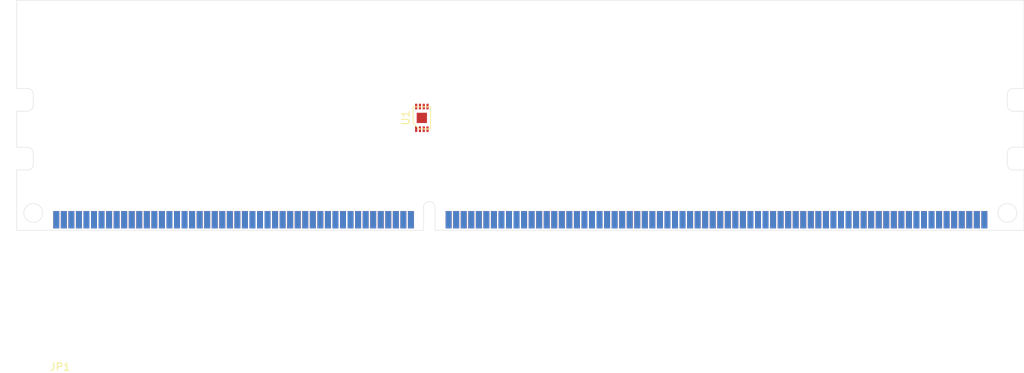
<source format=kicad_pcb>
(kicad_pcb (version 20171130) (host pcbnew "(5.1.4)-1")

  (general
    (thickness 1.3)
    (drawings 34)
    (tracks 0)
    (zones 0)
    (modules 2)
    (nets 7)
  )

  (page A4)
  (layers
    (0 F.Cu signal)
    (31 B.Cu signal)
    (32 B.Adhes user)
    (33 F.Adhes user)
    (34 B.Paste user)
    (35 F.Paste user)
    (36 B.SilkS user)
    (37 F.SilkS user)
    (38 B.Mask user)
    (39 F.Mask user)
    (40 Dwgs.User user)
    (41 Cmts.User user)
    (42 Eco1.User user)
    (43 Eco2.User user)
    (44 Edge.Cuts user)
    (45 Margin user)
    (46 B.CrtYd user)
    (47 F.CrtYd user)
    (48 B.Fab user)
    (49 F.Fab user)
  )

  (setup
    (last_trace_width 0.25)
    (trace_clearance 0.2)
    (zone_clearance 0.508)
    (zone_45_only no)
    (trace_min 0.2)
    (via_size 0.8)
    (via_drill 0.4)
    (via_min_size 0.4)
    (via_min_drill 0.3)
    (uvia_size 0.3)
    (uvia_drill 0.1)
    (uvias_allowed no)
    (uvia_min_size 0.2)
    (uvia_min_drill 0.1)
    (edge_width 0.05)
    (segment_width 0.2)
    (pcb_text_width 0.3)
    (pcb_text_size 1.5 1.5)
    (mod_edge_width 0.12)
    (mod_text_size 1 1)
    (mod_text_width 0.15)
    (pad_size 1.524 1.524)
    (pad_drill 0.762)
    (pad_to_mask_clearance 0.051)
    (solder_mask_min_width 0.25)
    (aux_axis_origin 0 0)
    (visible_elements 7FFFFFFF)
    (pcbplotparams
      (layerselection 0x010fc_ffffffff)
      (usegerberextensions false)
      (usegerberattributes false)
      (usegerberadvancedattributes false)
      (creategerberjobfile false)
      (excludeedgelayer true)
      (linewidth 0.100000)
      (plotframeref false)
      (viasonmask false)
      (mode 1)
      (useauxorigin false)
      (hpglpennumber 1)
      (hpglpenspeed 20)
      (hpglpendiameter 15.000000)
      (psnegative false)
      (psa4output false)
      (plotreference true)
      (plotvalue true)
      (plotinvisibletext false)
      (padsonsilk false)
      (subtractmaskfromsilk false)
      (outputformat 1)
      (mirror false)
      (drillshape 1)
      (scaleselection 1)
      (outputdirectory ""))
  )

  (net 0 "")
  (net 1 VDD)
  (net 2 A0)
  (net 3 VSS)
  (net 4 VTT)
  (net 5 SDA)
  (net 6 SCL)

  (net_class Default "Esta es la clase de red por defecto."
    (clearance 0.2)
    (trace_width 0.25)
    (via_dia 0.8)
    (via_drill 0.4)
    (uvia_dia 0.3)
    (uvia_drill 0.1)
    (add_net A0)
    (add_net BA0)
    (add_net BA1)
    (add_net BA2)
    (add_net CAS#)
    (add_net CK0)
    (add_net CK0#)
    (add_net CK1)
    (add_net CK1#)
    (add_net CKE0)
    (add_net "Net-(JP1-Pad10)")
    (add_net "Net-(JP1-Pad100)")
    (add_net "Net-(JP1-Pad102)")
    (add_net "Net-(JP1-Pad103)")
    (add_net "Net-(JP1-Pad105)")
    (add_net "Net-(JP1-Pad106)")
    (add_net "Net-(JP1-Pad108)")
    (add_net "Net-(JP1-Pad109)")
    (add_net "Net-(JP1-Pad111)")
    (add_net "Net-(JP1-Pad112)")
    (add_net "Net-(JP1-Pad114)")
    (add_net "Net-(JP1-Pad115)")
    (add_net "Net-(JP1-Pad12)")
    (add_net "Net-(JP1-Pad122)")
    (add_net "Net-(JP1-Pad123)")
    (add_net "Net-(JP1-Pad125)")
    (add_net "Net-(JP1-Pad126)")
    (add_net "Net-(JP1-Pad128)")
    (add_net "Net-(JP1-Pad129)")
    (add_net "Net-(JP1-Pad13)")
    (add_net "Net-(JP1-Pad131)")
    (add_net "Net-(JP1-Pad132)")
    (add_net "Net-(JP1-Pad134)")
    (add_net "Net-(JP1-Pad135)")
    (add_net "Net-(JP1-Pad137)")
    (add_net "Net-(JP1-Pad138)")
    (add_net "Net-(JP1-Pad140)")
    (add_net "Net-(JP1-Pad141)")
    (add_net "Net-(JP1-Pad143)")
    (add_net "Net-(JP1-Pad144)")
    (add_net "Net-(JP1-Pad146)")
    (add_net "Net-(JP1-Pad147)")
    (add_net "Net-(JP1-Pad149)")
    (add_net "Net-(JP1-Pad15)")
    (add_net "Net-(JP1-Pad150)")
    (add_net "Net-(JP1-Pad152)")
    (add_net "Net-(JP1-Pad153)")
    (add_net "Net-(JP1-Pad155)")
    (add_net "Net-(JP1-Pad156)")
    (add_net "Net-(JP1-Pad158)")
    (add_net "Net-(JP1-Pad159)")
    (add_net "Net-(JP1-Pad16)")
    (add_net "Net-(JP1-Pad161)")
    (add_net "Net-(JP1-Pad162)")
    (add_net "Net-(JP1-Pad164)")
    (add_net "Net-(JP1-Pad165)")
    (add_net "Net-(JP1-Pad167)")
    (add_net "Net-(JP1-Pad169)")
    (add_net "Net-(JP1-Pad171)")
    (add_net "Net-(JP1-Pad18)")
    (add_net "Net-(JP1-Pad187)")
    (add_net "Net-(JP1-Pad19)")
    (add_net "Net-(JP1-Pad198)")
    (add_net "Net-(JP1-Pad200)")
    (add_net "Net-(JP1-Pad201)")
    (add_net "Net-(JP1-Pad203)")
    (add_net "Net-(JP1-Pad204)")
    (add_net "Net-(JP1-Pad206)")
    (add_net "Net-(JP1-Pad207)")
    (add_net "Net-(JP1-Pad209)")
    (add_net "Net-(JP1-Pad21)")
    (add_net "Net-(JP1-Pad210)")
    (add_net "Net-(JP1-Pad212)")
    (add_net "Net-(JP1-Pad213)")
    (add_net "Net-(JP1-Pad215)")
    (add_net "Net-(JP1-Pad216)")
    (add_net "Net-(JP1-Pad218)")
    (add_net "Net-(JP1-Pad219)")
    (add_net "Net-(JP1-Pad22)")
    (add_net "Net-(JP1-Pad221)")
    (add_net "Net-(JP1-Pad222)")
    (add_net "Net-(JP1-Pad224)")
    (add_net "Net-(JP1-Pad225)")
    (add_net "Net-(JP1-Pad227)")
    (add_net "Net-(JP1-Pad228)")
    (add_net "Net-(JP1-Pad230)")
    (add_net "Net-(JP1-Pad231)")
    (add_net "Net-(JP1-Pad233)")
    (add_net "Net-(JP1-Pad234)")
    (add_net "Net-(JP1-Pad24)")
    (add_net "Net-(JP1-Pad25)")
    (add_net "Net-(JP1-Pad27)")
    (add_net "Net-(JP1-Pad28)")
    (add_net "Net-(JP1-Pad3)")
    (add_net "Net-(JP1-Pad30)")
    (add_net "Net-(JP1-Pad31)")
    (add_net "Net-(JP1-Pad33)")
    (add_net "Net-(JP1-Pad34)")
    (add_net "Net-(JP1-Pad36)")
    (add_net "Net-(JP1-Pad37)")
    (add_net "Net-(JP1-Pad39)")
    (add_net "Net-(JP1-Pad4)")
    (add_net "Net-(JP1-Pad40)")
    (add_net "Net-(JP1-Pad42)")
    (add_net "Net-(JP1-Pad43)")
    (add_net "Net-(JP1-Pad45)")
    (add_net "Net-(JP1-Pad46)")
    (add_net "Net-(JP1-Pad48)")
    (add_net "Net-(JP1-Pad49)")
    (add_net "Net-(JP1-Pad53)")
    (add_net "Net-(JP1-Pad6)")
    (add_net "Net-(JP1-Pad68)")
    (add_net "Net-(JP1-Pad7)")
    (add_net "Net-(JP1-Pad76)")
    (add_net "Net-(JP1-Pad77)")
    (add_net "Net-(JP1-Pad79)")
    (add_net "Net-(JP1-Pad81)")
    (add_net "Net-(JP1-Pad82)")
    (add_net "Net-(JP1-Pad84)")
    (add_net "Net-(JP1-Pad85)")
    (add_net "Net-(JP1-Pad87)")
    (add_net "Net-(JP1-Pad88)")
    (add_net "Net-(JP1-Pad9)")
    (add_net "Net-(JP1-Pad90)")
    (add_net "Net-(JP1-Pad91)")
    (add_net "Net-(JP1-Pad93)")
    (add_net "Net-(JP1-Pad94)")
    (add_net "Net-(JP1-Pad96)")
    (add_net "Net-(JP1-Pad97)")
    (add_net "Net-(JP1-Pad99)")
    (add_net "Net-(U1-Pad7)")
    (add_net ODT0)
    (add_net RAS#)
    (add_net RESET#)
    (add_net S0#)
    (add_net SA0)
    (add_net SA1)
    (add_net SA2)
    (add_net SCL)
    (add_net SDA)
    (add_net VDD)
    (add_net VSS)
    (add_net VTT)
    (add_net WE#)
  )

  (module DDR3_UDIMM:SOIC-8 (layer F.Cu) (tedit 6019C3DE) (tstamp 604EB4B4)
    (at 53.7 -14.9)
    (path /609CF4C0)
    (attr smd)
    (fp_text reference U1 (at -2.15 0 90) (layer F.SilkS)
      (effects (font (size 1 1) (thickness 0.15)))
    )
    (fp_text value MCP9843 (at 0 0) (layer F.Fab)
      (effects (font (size 1 1) (thickness 0.15)))
    )
    (fp_line (start -1.15 2.13) (end -1.15 -2.13) (layer F.CrtYd) (width 0.05))
    (fp_line (start 1.15 2.13) (end -1.15 2.13) (layer F.CrtYd) (width 0.05))
    (fp_line (start 1.15 -2.13) (end 1.15 2.13) (layer F.CrtYd) (width 0.05))
    (fp_line (start -1.15 -2.13) (end 1.15 -2.13) (layer F.CrtYd) (width 0.05))
    (fp_line (start 1.15 1.475) (end -0.35 1.475) (layer F.SilkS) (width 0.12))
    (fp_line (start 1.15 -1.475) (end 1.15 1.475) (layer F.SilkS) (width 0.12))
    (fp_line (start -1.15 -1.475) (end 1.15 -1.475) (layer F.SilkS) (width 0.12))
    (fp_line (start -1.15 0.675) (end -1.15 -1.475) (layer F.SilkS) (width 0.12))
    (fp_line (start -0.35 1.475) (end -1.15 0.675) (layer F.SilkS) (width 0.12))
    (pad 9 smd rect (at 0 0) (size 1.36 1.36) (layers F.Cu F.Paste F.Mask)
      (net 3 VSS))
    (pad 4 smd rect (at 0.75 1.5) (size 0.3 0.75) (layers F.Cu F.Paste F.Mask))
    (pad 5 smd rect (at 0.75 -1.5) (size 0.3 0.75) (layers F.Cu F.Paste F.Mask)
      (net 5 SDA))
    (pad 3 smd rect (at 0.25 1.5) (size 0.3 0.75) (layers F.Cu F.Paste F.Mask)
      (net 2 A0))
    (pad 6 smd rect (at 0.25 -1.5) (size 0.3 0.75) (layers F.Cu F.Paste F.Mask)
      (net 6 SCL))
    (pad 2 smd rect (at -0.25 1.5) (size 0.3 0.75) (layers F.Cu F.Paste F.Mask)
      (net 2 A0))
    (pad 7 smd rect (at -0.25 -1.5) (size 0.3 0.75) (layers F.Cu F.Paste F.Mask))
    (pad 1 smd rect (at -0.75 1.5) (size 0.3 0.75) (layers F.Cu F.Paste F.Mask)
      (net 2 A0))
    (pad 8 smd rect (at -0.75 -1.5) (size 0.3 0.75) (layers F.Cu F.Paste F.Mask))
  )

  (module DDR3_UDIMM:DDR3_UDIMM (layer F.Cu) (tedit 601F0D7A) (tstamp 604EB49E)
    (at 5.25 -1.4)
    (path /6025FC21)
    (fp_text reference JP1 (at 0.5 19.5) (layer F.SilkS)
      (effects (font (size 1 1) (thickness 0.15)))
    )
    (fp_text value DDR3_UDIMM_PINOUT (at 0.5 18.5) (layer F.Fab)
      (effects (font (size 1 1) (thickness 0.15)))
    )
    (pad 132 smd rect (at 11 0) (size 0.8 2.3) (layers B.Cu B.Paste B.Mask))
    (pad 182 smd rect (at 65 0) (size 0.8 2.3) (layers B.Cu B.Paste B.Mask)
      (net 1 VDD))
    (pad 152 smd rect (at 31 0) (size 0.8 2.3) (layers B.Cu B.Paste B.Mask))
    (pad 175 smd rect (at 58 0) (size 0.8 2.3) (layers B.Cu B.Paste B.Mask)
      (net 2 A0))
    (pad 181 smd rect (at 64 0) (size 0.8 2.3) (layers B.Cu B.Paste B.Mask)
      (net 2 A0))
    (pad 184 smd rect (at 67 0) (size 0.8 2.3) (layers B.Cu B.Paste B.Mask))
    (pad 180 smd rect (at 63 0) (size 0.8 2.3) (layers B.Cu B.Paste B.Mask)
      (net 2 A0))
    (pad 177 smd rect (at 60 0) (size 0.8 2.3) (layers B.Cu B.Paste B.Mask)
      (net 2 A0))
    (pad 125 smd rect (at 4 0) (size 0.8 2.3) (layers B.Cu B.Paste B.Mask))
    (pad 135 smd rect (at 14 0) (size 0.8 2.3) (layers B.Cu B.Paste B.Mask))
    (pad 164 smd rect (at 43 0) (size 0.8 2.3) (layers B.Cu B.Paste B.Mask))
    (pad 159 smd rect (at 38 0) (size 0.8 2.3) (layers B.Cu B.Paste B.Mask))
    (pad 183 smd rect (at 66 0) (size 0.8 2.3) (layers B.Cu B.Paste B.Mask)
      (net 1 VDD))
    (pad 141 smd rect (at 20 0) (size 0.8 2.3) (layers B.Cu B.Paste B.Mask))
    (pad 155 smd rect (at 34 0) (size 0.8 2.3) (layers B.Cu B.Paste B.Mask))
    (pad 161 smd rect (at 40 0) (size 0.8 2.3) (layers B.Cu B.Paste B.Mask))
    (pad 173 smd rect (at 56 0) (size 0.8 2.3) (layers B.Cu B.Paste B.Mask)
      (net 1 VDD))
    (pad 162 smd rect (at 41 0) (size 0.8 2.3) (layers B.Cu B.Paste B.Mask))
    (pad 127 smd rect (at 6 0) (size 0.8 2.3) (layers B.Cu B.Paste B.Mask)
      (net 3 VSS))
    (pad 126 smd rect (at 5 0) (size 0.8 2.3) (layers B.Cu B.Paste B.Mask))
    (pad 133 smd rect (at 12 0) (size 0.8 2.3) (layers B.Cu B.Paste B.Mask)
      (net 3 VSS))
    (pad 123 smd rect (at 2 0) (size 0.8 2.3) (layers B.Cu B.Paste B.Mask))
    (pad 145 smd rect (at 24 0) (size 0.8 2.3) (layers B.Cu B.Paste B.Mask)
      (net 3 VSS))
    (pad 166 smd rect (at 45 0) (size 0.8 2.3) (layers B.Cu B.Paste B.Mask)
      (net 3 VSS))
    (pad 156 smd rect (at 35 0) (size 0.8 2.3) (layers B.Cu B.Paste B.Mask))
    (pad 168 smd rect (at 47 0) (size 0.8 2.3) (layers B.Cu B.Paste B.Mask))
    (pad 169 smd rect (at 52 0) (size 0.8 2.3) (layers B.Cu B.Paste B.Mask))
    (pad 170 smd rect (at 53 0) (size 0.8 2.3) (layers B.Cu B.Paste B.Mask)
      (net 1 VDD))
    (pad 172 smd rect (at 55 0) (size 0.8 2.3) (layers B.Cu B.Paste B.Mask)
      (net 2 A0))
    (pad 163 smd rect (at 42 0) (size 0.8 2.3) (layers B.Cu B.Paste B.Mask)
      (net 3 VSS))
    (pad 128 smd rect (at 7 0) (size 0.8 2.3) (layers B.Cu B.Paste B.Mask))
    (pad 139 smd rect (at 18 0) (size 0.8 2.3) (layers B.Cu B.Paste B.Mask)
      (net 3 VSS))
    (pad 122 smd rect (at 1 0) (size 0.8 2.3) (layers B.Cu B.Paste B.Mask))
    (pad 144 smd rect (at 23 0) (size 0.8 2.3) (layers B.Cu B.Paste B.Mask))
    (pad 153 smd rect (at 32 0) (size 0.8 2.3) (layers B.Cu B.Paste B.Mask))
    (pad 142 smd rect (at 21 0) (size 0.8 2.3) (layers B.Cu B.Paste B.Mask)
      (net 3 VSS))
    (pad 160 smd rect (at 39 0) (size 0.8 2.3) (layers B.Cu B.Paste B.Mask)
      (net 3 VSS))
    (pad 171 smd rect (at 54 0) (size 0.8 2.3) (layers B.Cu B.Paste B.Mask))
    (pad 157 smd rect (at 36 0) (size 0.8 2.3) (layers B.Cu B.Paste B.Mask)
      (net 3 VSS))
    (pad 167 smd rect (at 46 0) (size 0.8 2.3) (layers B.Cu B.Paste B.Mask))
    (pad 131 smd rect (at 10 0) (size 0.8 2.3) (layers B.Cu B.Paste B.Mask))
    (pad 147 smd rect (at 26 0) (size 0.8 2.3) (layers B.Cu B.Paste B.Mask))
    (pad 178 smd rect (at 61 0) (size 0.8 2.3) (layers B.Cu B.Paste B.Mask)
      (net 2 A0))
    (pad 121 smd rect (at 0 0) (size 0.8 2.3) (layers B.Cu B.Paste B.Mask)
      (net 3 VSS))
    (pad 148 smd rect (at 27 0) (size 0.8 2.3) (layers B.Cu B.Paste B.Mask)
      (net 3 VSS))
    (pad 150 smd rect (at 29 0) (size 0.8 2.3) (layers B.Cu B.Paste B.Mask))
    (pad 137 smd rect (at 16 0) (size 0.8 2.3) (layers B.Cu B.Paste B.Mask))
    (pad 174 smd rect (at 57 0) (size 0.8 2.3) (layers B.Cu B.Paste B.Mask)
      (net 2 A0))
    (pad 158 smd rect (at 37 0) (size 0.8 2.3) (layers B.Cu B.Paste B.Mask))
    (pad 179 smd rect (at 62 0) (size 0.8 2.3) (layers B.Cu B.Paste B.Mask)
      (net 1 VDD))
    (pad 140 smd rect (at 19 0) (size 0.8 2.3) (layers B.Cu B.Paste B.Mask))
    (pad 138 smd rect (at 17 0) (size 0.8 2.3) (layers B.Cu B.Paste B.Mask))
    (pad 130 smd rect (at 9 0) (size 0.8 2.3) (layers B.Cu B.Paste B.Mask)
      (net 3 VSS))
    (pad 134 smd rect (at 13 0) (size 0.8 2.3) (layers B.Cu B.Paste B.Mask))
    (pad 136 smd rect (at 15 0) (size 0.8 2.3) (layers B.Cu B.Paste B.Mask)
      (net 3 VSS))
    (pad 143 smd rect (at 22 0) (size 0.8 2.3) (layers B.Cu B.Paste B.Mask))
    (pad 146 smd rect (at 25 0) (size 0.8 2.3) (layers B.Cu B.Paste B.Mask))
    (pad 124 smd rect (at 3 0) (size 0.8 2.3) (layers B.Cu B.Paste B.Mask)
      (net 3 VSS))
    (pad 151 smd rect (at 30 0) (size 0.8 2.3) (layers B.Cu B.Paste B.Mask)
      (net 3 VSS))
    (pad 154 smd rect (at 33 0) (size 0.8 2.3) (layers B.Cu B.Paste B.Mask)
      (net 3 VSS))
    (pad 129 smd rect (at 8 0) (size 0.8 2.3) (layers B.Cu B.Paste B.Mask))
    (pad 149 smd rect (at 28 0) (size 0.8 2.3) (layers B.Cu B.Paste B.Mask))
    (pad 176 smd rect (at 59 0) (size 0.8 2.3) (layers B.Cu B.Paste B.Mask)
      (net 1 VDD))
    (pad 240 smd rect (at 123 0) (size 0.8 2.3) (layers B.Cu B.Paste B.Mask)
      (net 4 VTT))
    (pad 221 smd rect (at 104 0) (size 0.8 2.3) (layers B.Cu B.Paste B.Mask))
    (pad 238 smd rect (at 121 0) (size 0.8 2.3) (layers B.Cu B.Paste B.Mask)
      (net 5 SDA))
    (pad 190 smd rect (at 73 0) (size 0.8 2.3) (layers B.Cu B.Paste B.Mask))
    (pad 213 smd rect (at 96 0) (size 0.8 2.3) (layers B.Cu B.Paste B.Mask))
    (pad 217 smd rect (at 100 0) (size 0.8 2.3) (layers B.Cu B.Paste B.Mask)
      (net 3 VSS))
    (pad 206 smd rect (at 89 0) (size 0.8 2.3) (layers B.Cu B.Paste B.Mask))
    (pad 211 smd rect (at 94 0) (size 0.8 2.3) (layers B.Cu B.Paste B.Mask)
      (net 3 VSS))
    (pad 209 smd rect (at 92 0) (size 0.8 2.3) (layers B.Cu B.Paste B.Mask))
    (pad 187 smd rect (at 70 0) (size 0.8 2.3) (layers B.Cu B.Paste B.Mask))
    (pad 189 smd rect (at 72 0) (size 0.8 2.3) (layers B.Cu B.Paste B.Mask)
      (net 1 VDD))
    (pad 200 smd rect (at 83 0) (size 0.8 2.3) (layers B.Cu B.Paste B.Mask))
    (pad 236 smd rect (at 119 0) (size 0.8 2.3) (layers B.Cu B.Paste B.Mask)
      (net 1 VDD))
    (pad 222 smd rect (at 105 0) (size 0.8 2.3) (layers B.Cu B.Paste B.Mask))
    (pad 197 smd rect (at 80 0) (size 0.8 2.3) (layers B.Cu B.Paste B.Mask)
      (net 1 VDD))
    (pad 235 smd rect (at 118 0) (size 0.8 2.3) (layers B.Cu B.Paste B.Mask)
      (net 3 VSS))
    (pad 234 smd rect (at 117 0) (size 0.8 2.3) (layers B.Cu B.Paste B.Mask))
    (pad 231 smd rect (at 114 0) (size 0.8 2.3) (layers B.Cu B.Paste B.Mask))
    (pad 199 smd rect (at 82 0) (size 0.8 2.3) (layers B.Cu B.Paste B.Mask)
      (net 3 VSS))
    (pad 232 smd rect (at 115 0) (size 0.8 2.3) (layers B.Cu B.Paste B.Mask)
      (net 3 VSS))
    (pad 226 smd rect (at 109 0) (size 0.8 2.3) (layers B.Cu B.Paste B.Mask)
      (net 3 VSS))
    (pad 198 smd rect (at 81 0) (size 0.8 2.3) (layers B.Cu B.Paste B.Mask))
    (pad 193 smd rect (at 76 0) (size 0.8 2.3) (layers B.Cu B.Paste B.Mask))
    (pad 218 smd rect (at 101 0) (size 0.8 2.3) (layers B.Cu B.Paste B.Mask))
    (pad 223 smd rect (at 106 0) (size 0.8 2.3) (layers B.Cu B.Paste B.Mask)
      (net 3 VSS))
    (pad 228 smd rect (at 111 0) (size 0.8 2.3) (layers B.Cu B.Paste B.Mask))
    (pad 186 smd rect (at 69 0) (size 0.8 2.3) (layers B.Cu B.Paste B.Mask)
      (net 1 VDD))
    (pad 230 smd rect (at 113 0) (size 0.8 2.3) (layers B.Cu B.Paste B.Mask))
    (pad 210 smd rect (at 93 0) (size 0.8 2.3) (layers B.Cu B.Paste B.Mask))
    (pad 216 smd rect (at 99 0) (size 0.8 2.3) (layers B.Cu B.Paste B.Mask))
    (pad 192 smd rect (at 75 0) (size 0.8 2.3) (layers B.Cu B.Paste B.Mask))
    (pad 237 smd rect (at 120 0) (size 0.8 2.3) (layers B.Cu B.Paste B.Mask))
    (pad 188 smd rect (at 71 0) (size 0.8 2.3) (layers B.Cu B.Paste B.Mask)
      (net 2 A0))
    (pad 194 smd rect (at 77 0) (size 0.8 2.3) (layers B.Cu B.Paste B.Mask)
      (net 1 VDD))
    (pad 225 smd rect (at 108 0) (size 0.8 2.3) (layers B.Cu B.Paste B.Mask))
    (pad 219 smd rect (at 102 0) (size 0.8 2.3) (layers B.Cu B.Paste B.Mask))
    (pad 239 smd rect (at 122 0) (size 0.8 2.3) (layers B.Cu B.Paste B.Mask)
      (net 3 VSS))
    (pad 215 smd rect (at 98 0) (size 0.8 2.3) (layers B.Cu B.Paste B.Mask))
    (pad 191 smd rect (at 74 0) (size 0.8 2.3) (layers B.Cu B.Paste B.Mask)
      (net 1 VDD))
    (pad 203 smd rect (at 86 0) (size 0.8 2.3) (layers B.Cu B.Paste B.Mask))
    (pad 224 smd rect (at 107 0) (size 0.8 2.3) (layers B.Cu B.Paste B.Mask))
    (pad 208 smd rect (at 91 0) (size 0.8 2.3) (layers B.Cu B.Paste B.Mask)
      (net 3 VSS))
    (pad 195 smd rect (at 78 0) (size 0.8 2.3) (layers B.Cu B.Paste B.Mask))
    (pad 233 smd rect (at 116 0) (size 0.8 2.3) (layers B.Cu B.Paste B.Mask))
    (pad 207 smd rect (at 90 0) (size 0.8 2.3) (layers B.Cu B.Paste B.Mask))
    (pad 214 smd rect (at 97 0) (size 0.8 2.3) (layers B.Cu B.Paste B.Mask)
      (net 3 VSS))
    (pad 204 smd rect (at 87 0) (size 0.8 2.3) (layers B.Cu B.Paste B.Mask))
    (pad 196 smd rect (at 79 0) (size 0.8 2.3) (layers B.Cu B.Paste B.Mask)
      (net 2 A0))
    (pad 201 smd rect (at 84 0) (size 0.8 2.3) (layers B.Cu B.Paste B.Mask))
    (pad 202 smd rect (at 85 0) (size 0.8 2.3) (layers B.Cu B.Paste B.Mask)
      (net 3 VSS))
    (pad 165 smd rect (at 44 0) (size 0.8 2.3) (layers B.Cu B.Paste B.Mask))
    (pad 205 smd rect (at 88 0) (size 0.8 2.3) (layers B.Cu B.Paste B.Mask)
      (net 3 VSS))
    (pad 185 smd rect (at 68 0) (size 0.8 2.3) (layers B.Cu B.Paste B.Mask))
    (pad 227 smd rect (at 110 0) (size 0.8 2.3) (layers B.Cu B.Paste B.Mask))
    (pad 229 smd rect (at 112 0) (size 0.8 2.3) (layers B.Cu B.Paste B.Mask)
      (net 3 VSS))
    (pad 212 smd rect (at 95 0) (size 0.8 2.3) (layers B.Cu B.Paste B.Mask))
    (pad 220 smd rect (at 103 0) (size 0.8 2.3) (layers B.Cu B.Paste B.Mask)
      (net 3 VSS))
    (pad 96 smd rect (at 99 0) (size 0.8 2.3) (layers F.Cu F.Paste F.Mask))
    (pad 110 smd rect (at 113 0) (size 0.8 2.3) (layers F.Cu F.Paste F.Mask)
      (net 3 VSS))
    (pad 112 smd rect (at 115 0) (size 0.8 2.3) (layers F.Cu F.Paste F.Mask))
    (pad 114 smd rect (at 117 0) (size 0.8 2.3) (layers F.Cu F.Paste F.Mask))
    (pad 115 smd rect (at 118 0) (size 0.8 2.3) (layers F.Cu F.Paste F.Mask))
    (pad 102 smd rect (at 105 0) (size 0.8 2.3) (layers F.Cu F.Paste F.Mask))
    (pad 116 smd rect (at 119 0) (size 0.8 2.3) (layers F.Cu F.Paste F.Mask)
      (net 3 VSS))
    (pad 108 smd rect (at 111 0) (size 0.8 2.3) (layers F.Cu F.Paste F.Mask))
    (pad 118 smd rect (at 121 0) (size 0.8 2.3) (layers F.Cu F.Paste F.Mask)
      (net 6 SCL))
    (pad 101 smd rect (at 104 0) (size 0.8 2.3) (layers F.Cu F.Paste F.Mask)
      (net 3 VSS))
    (pad 120 smd rect (at 123 0) (size 0.8 2.3) (layers F.Cu F.Paste F.Mask)
      (net 4 VTT))
    (pad 119 smd rect (at 122 0) (size 0.8 2.3) (layers F.Cu F.Paste F.Mask))
    (pad 106 smd rect (at 109 0) (size 0.8 2.3) (layers F.Cu F.Paste F.Mask))
    (pad 100 smd rect (at 103 0) (size 0.8 2.3) (layers F.Cu F.Paste F.Mask))
    (pad 109 smd rect (at 112 0) (size 0.8 2.3) (layers F.Cu F.Paste F.Mask))
    (pad 111 smd rect (at 114 0) (size 0.8 2.3) (layers F.Cu F.Paste F.Mask))
    (pad 113 smd rect (at 116 0) (size 0.8 2.3) (layers F.Cu F.Paste F.Mask)
      (net 3 VSS))
    (pad 117 smd rect (at 120 0) (size 0.8 2.3) (layers F.Cu F.Paste F.Mask))
    (pad 104 smd rect (at 107 0) (size 0.8 2.3) (layers F.Cu F.Paste F.Mask)
      (net 3 VSS))
    (pad 107 smd rect (at 110 0) (size 0.8 2.3) (layers F.Cu F.Paste F.Mask)
      (net 3 VSS))
    (pad 103 smd rect (at 106 0) (size 0.8 2.3) (layers F.Cu F.Paste F.Mask))
    (pad 105 smd rect (at 108 0) (size 0.8 2.3) (layers F.Cu F.Paste F.Mask))
    (pad 75 smd rect (at 78 0) (size 0.8 2.3) (layers F.Cu F.Paste F.Mask)
      (net 1 VDD))
    (pad 77 smd rect (at 80 0) (size 0.8 2.3) (layers F.Cu F.Paste F.Mask))
    (pad 79 smd rect (at 82 0) (size 0.8 2.3) (layers F.Cu F.Paste F.Mask))
    (pad 80 smd rect (at 83 0) (size 0.8 2.3) (layers F.Cu F.Paste F.Mask)
      (net 3 VSS))
    (pad 67 smd rect (at 70 0) (size 0.8 2.3) (layers F.Cu F.Paste F.Mask)
      (net 1 VDD))
    (pad 81 smd rect (at 84 0) (size 0.8 2.3) (layers F.Cu F.Paste F.Mask))
    (pad 73 smd rect (at 76 0) (size 0.8 2.3) (layers F.Cu F.Paste F.Mask))
    (pad 83 smd rect (at 86 0) (size 0.8 2.3) (layers F.Cu F.Paste F.Mask)
      (net 3 VSS))
    (pad 66 smd rect (at 69 0) (size 0.8 2.3) (layers F.Cu F.Paste F.Mask)
      (net 1 VDD))
    (pad 86 smd rect (at 89 0) (size 0.8 2.3) (layers F.Cu F.Paste F.Mask)
      (net 3 VSS))
    (pad 85 smd rect (at 88 0) (size 0.8 2.3) (layers F.Cu F.Paste F.Mask))
    (pad 87 smd rect (at 90 0) (size 0.8 2.3) (layers F.Cu F.Paste F.Mask))
    (pad 84 smd rect (at 87 0) (size 0.8 2.3) (layers F.Cu F.Paste F.Mask))
    (pad 71 smd rect (at 74 0) (size 0.8 2.3) (layers F.Cu F.Paste F.Mask))
    (pad 65 smd rect (at 68 0) (size 0.8 2.3) (layers F.Cu F.Paste F.Mask)
      (net 1 VDD))
    (pad 74 smd rect (at 77 0) (size 0.8 2.3) (layers F.Cu F.Paste F.Mask))
    (pad 76 smd rect (at 79 0) (size 0.8 2.3) (layers F.Cu F.Paste F.Mask))
    (pad 78 smd rect (at 81 0) (size 0.8 2.3) (layers F.Cu F.Paste F.Mask)
      (net 1 VDD))
    (pad 82 smd rect (at 85 0) (size 0.8 2.3) (layers F.Cu F.Paste F.Mask))
    (pad 69 smd rect (at 72 0) (size 0.8 2.3) (layers F.Cu F.Paste F.Mask)
      (net 1 VDD))
    (pad 72 smd rect (at 75 0) (size 0.8 2.3) (layers F.Cu F.Paste F.Mask)
      (net 1 VDD))
    (pad 68 smd rect (at 71 0) (size 0.8 2.3) (layers F.Cu F.Paste F.Mask))
    (pad 70 smd rect (at 73 0) (size 0.8 2.3) (layers F.Cu F.Paste F.Mask)
      (net 2 A0))
    (pad 94 smd rect (at 97 0) (size 0.8 2.3) (layers F.Cu F.Paste F.Mask))
    (pad 89 smd rect (at 92 0) (size 0.8 2.3) (layers F.Cu F.Paste F.Mask)
      (net 3 VSS))
    (pad 95 smd rect (at 98 0) (size 0.8 2.3) (layers F.Cu F.Paste F.Mask)
      (net 3 VSS))
    (pad 99 smd rect (at 102 0) (size 0.8 2.3) (layers F.Cu F.Paste F.Mask))
    (pad 88 smd rect (at 91 0) (size 0.8 2.3) (layers F.Cu F.Paste F.Mask))
    (pad 91 smd rect (at 94 0) (size 0.8 2.3) (layers F.Cu F.Paste F.Mask))
    (pad 92 smd rect (at 95 0) (size 0.8 2.3) (layers F.Cu F.Paste F.Mask)
      (net 3 VSS))
    (pad 97 smd rect (at 100 0) (size 0.8 2.3) (layers F.Cu F.Paste F.Mask))
    (pad 93 smd rect (at 96 0) (size 0.8 2.3) (layers F.Cu F.Paste F.Mask))
    (pad 98 smd rect (at 101 0) (size 0.8 2.3) (layers F.Cu F.Paste F.Mask)
      (net 3 VSS))
    (pad 90 smd rect (at 93 0) (size 0.8 2.3) (layers F.Cu F.Paste F.Mask))
    (pad 45 smd rect (at 44 0) (size 0.8 2.3) (layers F.Cu F.Paste F.Mask))
    (pad 47 smd rect (at 46 0) (size 0.8 2.3) (layers F.Cu F.Paste F.Mask)
      (net 3 VSS))
    (pad 37 smd rect (at 36 0) (size 0.8 2.3) (layers F.Cu F.Paste F.Mask))
    (pad 43 smd rect (at 42 0) (size 0.8 2.3) (layers F.Cu F.Paste F.Mask))
    (pad 49 smd rect (at 52 0) (size 0.8 2.3) (layers F.Cu F.Paste F.Mask))
    (pad 36 smd rect (at 35 0) (size 0.8 2.3) (layers F.Cu F.Paste F.Mask))
    (pad 52 smd rect (at 55 0) (size 0.8 2.3) (layers F.Cu F.Paste F.Mask))
    (pad 51 smd rect (at 54 0) (size 0.8 2.3) (layers F.Cu F.Paste F.Mask)
      (net 1 VDD))
    (pad 53 smd rect (at 56 0) (size 0.8 2.3) (layers F.Cu F.Paste F.Mask))
    (pad 50 smd rect (at 53 0) (size 0.8 2.3) (layers F.Cu F.Paste F.Mask))
    (pad 41 smd rect (at 40 0) (size 0.8 2.3) (layers F.Cu F.Paste F.Mask)
      (net 3 VSS))
    (pad 35 smd rect (at 34 0) (size 0.8 2.3) (layers F.Cu F.Paste F.Mask)
      (net 3 VSS))
    (pad 44 smd rect (at 43 0) (size 0.8 2.3) (layers F.Cu F.Paste F.Mask)
      (net 3 VSS))
    (pad 46 smd rect (at 45 0) (size 0.8 2.3) (layers F.Cu F.Paste F.Mask))
    (pad 48 smd rect (at 47 0) (size 0.8 2.3) (layers F.Cu F.Paste F.Mask))
    (pad 39 smd rect (at 38 0) (size 0.8 2.3) (layers F.Cu F.Paste F.Mask))
    (pad 42 smd rect (at 41 0) (size 0.8 2.3) (layers F.Cu F.Paste F.Mask))
    (pad 38 smd rect (at 37 0) (size 0.8 2.3) (layers F.Cu F.Paste F.Mask)
      (net 3 VSS))
    (pad 40 smd rect (at 39 0) (size 0.8 2.3) (layers F.Cu F.Paste F.Mask))
    (pad 60 smd rect (at 63 0) (size 0.8 2.3) (layers F.Cu F.Paste F.Mask)
      (net 1 VDD))
    (pad 55 smd rect (at 58 0) (size 0.8 2.3) (layers F.Cu F.Paste F.Mask)
      (net 2 A0))
    (pad 61 smd rect (at 64 0) (size 0.8 2.3) (layers F.Cu F.Paste F.Mask)
      (net 2 A0))
    (pad 64 smd rect (at 67 0) (size 0.8 2.3) (layers F.Cu F.Paste F.Mask))
    (pad 54 smd rect (at 57 0) (size 0.8 2.3) (layers F.Cu F.Paste F.Mask)
      (net 1 VDD))
    (pad 57 smd rect (at 60 0) (size 0.8 2.3) (layers F.Cu F.Paste F.Mask)
      (net 1 VDD))
    (pad 58 smd rect (at 61 0) (size 0.8 2.3) (layers F.Cu F.Paste F.Mask)
      (net 2 A0))
    (pad 62 smd rect (at 65 0) (size 0.8 2.3) (layers F.Cu F.Paste F.Mask)
      (net 1 VDD))
    (pad 59 smd rect (at 62 0) (size 0.8 2.3) (layers F.Cu F.Paste F.Mask)
      (net 2 A0))
    (pad 63 smd rect (at 66 0) (size 0.8 2.3) (layers F.Cu F.Paste F.Mask))
    (pad 56 smd rect (at 59 0) (size 0.8 2.3) (layers F.Cu F.Paste F.Mask)
      (net 2 A0))
    (pad 34 smd rect (at 33 0) (size 0.8 2.3) (layers F.Cu F.Paste F.Mask))
    (pad 33 smd rect (at 32 0) (size 0.8 2.3) (layers F.Cu F.Paste F.Mask))
    (pad 32 smd rect (at 31 0) (size 0.8 2.3) (layers F.Cu F.Paste F.Mask)
      (net 3 VSS))
    (pad 31 smd rect (at 30 0) (size 0.8 2.3) (layers F.Cu F.Paste F.Mask))
    (pad 30 smd rect (at 29 0) (size 0.8 2.3) (layers F.Cu F.Paste F.Mask))
    (pad 29 smd rect (at 28 0) (size 0.8 2.3) (layers F.Cu F.Paste F.Mask)
      (net 3 VSS))
    (pad 28 smd rect (at 27 0) (size 0.8 2.3) (layers F.Cu F.Paste F.Mask))
    (pad 27 smd rect (at 26 0) (size 0.8 2.3) (layers F.Cu F.Paste F.Mask))
    (pad 26 smd rect (at 25 0) (size 0.8 2.3) (layers F.Cu F.Paste F.Mask)
      (net 3 VSS))
    (pad 25 smd rect (at 24 0) (size 0.8 2.3) (layers F.Cu F.Paste F.Mask))
    (pad 24 smd rect (at 23 0) (size 0.8 2.3) (layers F.Cu F.Paste F.Mask))
    (pad 23 smd rect (at 22 0) (size 0.8 2.3) (layers F.Cu F.Paste F.Mask)
      (net 3 VSS))
    (pad 21 smd rect (at 20 0) (size 0.8 2.3) (layers F.Cu F.Paste F.Mask))
    (pad 22 smd rect (at 21 0) (size 0.8 2.3) (layers F.Cu F.Paste F.Mask))
    (pad 20 smd rect (at 19 0) (size 0.8 2.3) (layers F.Cu F.Paste F.Mask)
      (net 3 VSS))
    (pad 19 smd rect (at 18 0) (size 0.8 2.3) (layers F.Cu F.Paste F.Mask))
    (pad 18 smd rect (at 17 0) (size 0.8 2.3) (layers F.Cu F.Paste F.Mask))
    (pad 17 smd rect (at 16 0) (size 0.8 2.3) (layers F.Cu F.Paste F.Mask)
      (net 3 VSS))
    (pad 16 smd rect (at 15 0) (size 0.8 2.3) (layers F.Cu F.Paste F.Mask))
    (pad 15 smd rect (at 14 0) (size 0.8 2.3) (layers F.Cu F.Paste F.Mask))
    (pad 14 smd rect (at 13 0) (size 0.8 2.3) (layers F.Cu F.Paste F.Mask)
      (net 3 VSS))
    (pad 13 smd rect (at 12 0) (size 0.8 2.3) (layers F.Cu F.Paste F.Mask))
    (pad 12 smd rect (at 11 0) (size 0.8 2.3) (layers F.Cu F.Paste F.Mask))
    (pad 11 smd rect (at 10 0) (size 0.8 2.3) (layers F.Cu F.Paste F.Mask)
      (net 3 VSS))
    (pad 10 smd rect (at 9 0) (size 0.8 2.3) (layers F.Cu F.Paste F.Mask))
    (pad 9 smd rect (at 8 0) (size 0.8 2.3) (layers F.Cu F.Paste F.Mask))
    (pad 8 smd rect (at 7 0) (size 0.8 2.3) (layers F.Cu F.Paste F.Mask)
      (net 3 VSS))
    (pad 7 smd rect (at 6 0) (size 0.8 2.3) (layers F.Cu F.Paste F.Mask))
    (pad 6 smd rect (at 5 0) (size 0.8 2.3) (layers F.Cu F.Paste F.Mask))
    (pad 5 smd rect (at 4 0) (size 0.8 2.3) (layers F.Cu F.Paste F.Mask)
      (net 3 VSS))
    (pad 4 smd rect (at 3 0) (size 0.8 2.3) (layers F.Cu F.Paste F.Mask))
    (pad 3 smd rect (at 2 0) (size 0.8 2.3) (layers F.Cu F.Paste F.Mask))
    (pad 2 smd rect (at 1 0) (size 0.8 2.3) (layers F.Cu F.Paste F.Mask)
      (net 3 VSS))
    (pad 1 smd rect (at 0 0) (size 0.8 2.3) (layers F.Cu F.Paste F.Mask)
      (net 1 VDD))
  )

  (gr_circle (center 131.3 -2.3) (end 132.55 -2.3) (layer Edge.Cuts) (width 0.05))
  (gr_circle (center 2.2 -2.3) (end 3.45 -2.3) (layer Edge.Cuts) (width 0.05))
  (gr_arc (start 54.68 -3.05) (end 55.44 -3.05) (angle -180) (layer Edge.Cuts) (width 0.05))
  (gr_arc (start 132.05 -8.75) (end 131.3 -8.75) (angle -90) (layer Edge.Cuts) (width 0.05))
  (gr_arc (start 132.05 -10.25) (end 132.05 -11) (angle -90) (layer Edge.Cuts) (width 0.05))
  (gr_arc (start 132.05 -16.55) (end 131.3 -16.55) (angle -90) (layer Edge.Cuts) (width 0.05))
  (gr_arc (start 132.05 -18.05) (end 132.05 -18.8) (angle -90) (layer Edge.Cuts) (width 0.05))
  (gr_arc (start 1.45 -18.05) (end 2.2 -18.05) (angle -90) (layer Edge.Cuts) (width 0.05))
  (gr_arc (start 1.45 -16.55) (end 1.45 -15.8) (angle -90) (layer Edge.Cuts) (width 0.05))
  (gr_arc (start 1.45 -10.25) (end 2.2 -10.25) (angle -90) (layer Edge.Cuts) (width 0.05))
  (gr_arc (start 1.45 -8.75) (end 1.45 -8) (angle -90) (layer Edge.Cuts) (width 0.05))
  (gr_line (start 132.05 -8) (end 133.5 -8) (layer Edge.Cuts) (width 0.05))
  (gr_line (start 133.5 -8) (end 133.5 0) (layer Edge.Cuts) (width 0.05))
  (gr_line (start 133.5 0) (end 55.44 0) (layer Edge.Cuts) (width 0.05))
  (gr_line (start 53.92 0) (end 0 0) (layer Edge.Cuts) (width 0.05))
  (gr_line (start 55.44 0) (end 55.44 -3.05) (layer Edge.Cuts) (width 0.05))
  (gr_line (start 53.92 -3.05) (end 53.92 0) (layer Edge.Cuts) (width 0.05))
  (gr_line (start 133.5 -18.8) (end 132.05 -18.8) (layer Edge.Cuts) (width 0.05))
  (gr_line (start 133.5 -30.5) (end 133.5 -18.8) (layer Edge.Cuts) (width 0.05))
  (gr_line (start 0 -30.5) (end 133.5 -30.5) (layer Edge.Cuts) (width 0.05))
  (gr_line (start 0 -18.8) (end 0 -30.5) (layer Edge.Cuts) (width 0.05))
  (gr_line (start 1.45 -18.8) (end 0 -18.8) (layer Edge.Cuts) (width 0.05))
  (gr_line (start 0 0) (end 0 -8) (layer Edge.Cuts) (width 0.05))
  (gr_line (start 0 -8) (end 1.45 -8) (layer Edge.Cuts) (width 0.05))
  (gr_line (start 2.2 -8.75) (end 2.2 -10.25) (layer Edge.Cuts) (width 0.05))
  (gr_line (start 2.2 -16.55) (end 2.2 -18.05) (layer Edge.Cuts) (width 0.05))
  (gr_line (start 133.5 -15.8) (end 133.5 -11) (layer Edge.Cuts) (width 0.05))
  (gr_line (start 131.3 -10.25) (end 131.3 -8.75) (layer Edge.Cuts) (width 0.05))
  (gr_line (start 131.3 -18.05) (end 131.3 -16.55) (layer Edge.Cuts) (width 0.05))
  (gr_line (start 0 -11) (end 0 -15.8) (layer Edge.Cuts) (width 0.05))
  (gr_line (start 132.05 -15.8) (end 133.5 -15.8) (layer Edge.Cuts) (width 0.05))
  (gr_line (start 133.5 -11) (end 132.05 -11) (layer Edge.Cuts) (width 0.05))
  (gr_line (start 1.45 -11) (end 0 -11) (layer Edge.Cuts) (width 0.05))
  (gr_line (start 0 -15.8) (end 1.45 -15.8) (layer Edge.Cuts) (width 0.05))

)

</source>
